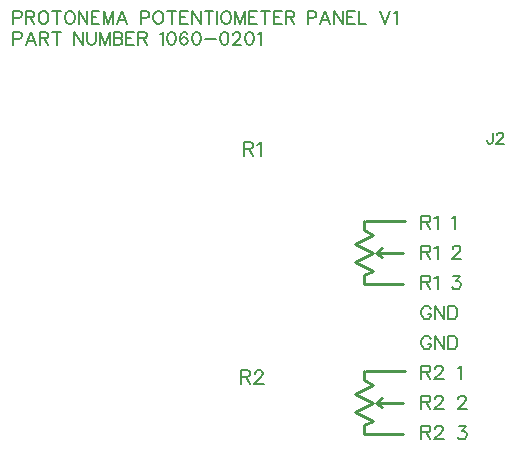
<source format=gto>
G04 Layer: TopSilkscreenLayer*
G04 EasyEDA v6.5.22, 2022-12-26 15:03:30*
G04 af2be31372914f20b411737621dd261a,5a6b42c53f6a479593ecc07194224c93,10*
G04 Gerber Generator version 0.2*
G04 Scale: 100 percent, Rotated: No, Reflected: No *
G04 Dimensions in millimeters *
G04 leading zeros omitted , absolute positions ,4 integer and 5 decimal *
%FSLAX45Y45*%
%MOMM*%

%ADD10C,0.1524*%
%ADD11C,0.2540*%

%LPD*%
D10*
X762000Y5423915D02*
G01*
X762000Y5314950D01*
X762000Y5423915D02*
G01*
X808736Y5423915D01*
X824229Y5418836D01*
X829563Y5413502D01*
X834644Y5403087D01*
X834644Y5387594D01*
X829563Y5377179D01*
X824229Y5372100D01*
X808736Y5366765D01*
X762000Y5366765D01*
X910589Y5423915D02*
G01*
X868934Y5314950D01*
X910589Y5423915D02*
G01*
X952245Y5314950D01*
X884681Y5351271D02*
G01*
X936497Y5351271D01*
X986536Y5423915D02*
G01*
X986536Y5314950D01*
X986536Y5423915D02*
G01*
X1033271Y5423915D01*
X1048765Y5418836D01*
X1054100Y5413502D01*
X1059179Y5403087D01*
X1059179Y5392673D01*
X1054100Y5382260D01*
X1048765Y5377179D01*
X1033271Y5372100D01*
X986536Y5372100D01*
X1022857Y5372100D02*
G01*
X1059179Y5314950D01*
X1129792Y5423915D02*
G01*
X1129792Y5314950D01*
X1093470Y5423915D02*
G01*
X1166113Y5423915D01*
X1280413Y5423915D02*
G01*
X1280413Y5314950D01*
X1280413Y5423915D02*
G01*
X1353312Y5314950D01*
X1353312Y5423915D02*
G01*
X1353312Y5314950D01*
X1387602Y5423915D02*
G01*
X1387602Y5345937D01*
X1392681Y5330444D01*
X1403095Y5320029D01*
X1418589Y5314950D01*
X1429004Y5314950D01*
X1444752Y5320029D01*
X1455165Y5330444D01*
X1460245Y5345937D01*
X1460245Y5423915D01*
X1494536Y5423915D02*
G01*
X1494536Y5314950D01*
X1494536Y5423915D02*
G01*
X1536192Y5314950D01*
X1577594Y5423915D02*
G01*
X1536192Y5314950D01*
X1577594Y5423915D02*
G01*
X1577594Y5314950D01*
X1611884Y5423915D02*
G01*
X1611884Y5314950D01*
X1611884Y5423915D02*
G01*
X1658620Y5423915D01*
X1674368Y5418836D01*
X1679447Y5413502D01*
X1684781Y5403087D01*
X1684781Y5392673D01*
X1679447Y5382260D01*
X1674368Y5377179D01*
X1658620Y5372100D01*
X1611884Y5372100D02*
G01*
X1658620Y5372100D01*
X1674368Y5366765D01*
X1679447Y5361686D01*
X1684781Y5351271D01*
X1684781Y5335523D01*
X1679447Y5325110D01*
X1674368Y5320029D01*
X1658620Y5314950D01*
X1611884Y5314950D01*
X1719071Y5423915D02*
G01*
X1719071Y5314950D01*
X1719071Y5423915D02*
G01*
X1786636Y5423915D01*
X1719071Y5372100D02*
G01*
X1760473Y5372100D01*
X1719071Y5314950D02*
G01*
X1786636Y5314950D01*
X1820926Y5423915D02*
G01*
X1820926Y5314950D01*
X1820926Y5423915D02*
G01*
X1867662Y5423915D01*
X1883155Y5418836D01*
X1888489Y5413502D01*
X1893570Y5403087D01*
X1893570Y5392673D01*
X1888489Y5382260D01*
X1883155Y5377179D01*
X1867662Y5372100D01*
X1820926Y5372100D01*
X1857247Y5372100D02*
G01*
X1893570Y5314950D01*
X2007870Y5403087D02*
G01*
X2018284Y5408421D01*
X2033777Y5423915D01*
X2033777Y5314950D01*
X2099309Y5423915D02*
G01*
X2083815Y5418836D01*
X2073402Y5403087D01*
X2068068Y5377179D01*
X2068068Y5361686D01*
X2073402Y5335523D01*
X2083815Y5320029D01*
X2099309Y5314950D01*
X2109724Y5314950D01*
X2125218Y5320029D01*
X2135631Y5335523D01*
X2140965Y5361686D01*
X2140965Y5377179D01*
X2135631Y5403087D01*
X2125218Y5418836D01*
X2109724Y5423915D01*
X2099309Y5423915D01*
X2237486Y5408421D02*
G01*
X2232406Y5418836D01*
X2216658Y5423915D01*
X2206243Y5423915D01*
X2190750Y5418836D01*
X2180336Y5403087D01*
X2175256Y5377179D01*
X2175256Y5351271D01*
X2180336Y5330444D01*
X2190750Y5320029D01*
X2206243Y5314950D01*
X2211577Y5314950D01*
X2227072Y5320029D01*
X2237486Y5330444D01*
X2242820Y5345937D01*
X2242820Y5351271D01*
X2237486Y5366765D01*
X2227072Y5377179D01*
X2211577Y5382260D01*
X2206243Y5382260D01*
X2190750Y5377179D01*
X2180336Y5366765D01*
X2175256Y5351271D01*
X2308097Y5423915D02*
G01*
X2292604Y5418836D01*
X2282190Y5403087D01*
X2277109Y5377179D01*
X2277109Y5361686D01*
X2282190Y5335523D01*
X2292604Y5320029D01*
X2308097Y5314950D01*
X2318511Y5314950D01*
X2334259Y5320029D01*
X2344420Y5335523D01*
X2349754Y5361686D01*
X2349754Y5377179D01*
X2344420Y5403087D01*
X2334259Y5418836D01*
X2318511Y5423915D01*
X2308097Y5423915D01*
X2384043Y5361686D02*
G01*
X2477515Y5361686D01*
X2543047Y5423915D02*
G01*
X2527300Y5418836D01*
X2517140Y5403087D01*
X2511806Y5377179D01*
X2511806Y5361686D01*
X2517140Y5335523D01*
X2527300Y5320029D01*
X2543047Y5314950D01*
X2553461Y5314950D01*
X2568956Y5320029D01*
X2579370Y5335523D01*
X2584450Y5361686D01*
X2584450Y5377179D01*
X2579370Y5403087D01*
X2568956Y5418836D01*
X2553461Y5423915D01*
X2543047Y5423915D01*
X2624074Y5398007D02*
G01*
X2624074Y5403087D01*
X2629154Y5413502D01*
X2634488Y5418836D01*
X2644902Y5423915D01*
X2665729Y5423915D01*
X2675890Y5418836D01*
X2681224Y5413502D01*
X2686304Y5403087D01*
X2686304Y5392673D01*
X2681224Y5382260D01*
X2670809Y5366765D01*
X2618740Y5314950D01*
X2691638Y5314950D01*
X2757170Y5423915D02*
G01*
X2741422Y5418836D01*
X2731008Y5403087D01*
X2725927Y5377179D01*
X2725927Y5361686D01*
X2731008Y5335523D01*
X2741422Y5320029D01*
X2757170Y5314950D01*
X2767329Y5314950D01*
X2783077Y5320029D01*
X2793491Y5335523D01*
X2798572Y5361686D01*
X2798572Y5377179D01*
X2793491Y5403087D01*
X2783077Y5418836D01*
X2767329Y5423915D01*
X2757170Y5423915D01*
X2832861Y5403087D02*
G01*
X2843275Y5408421D01*
X2858770Y5423915D01*
X2858770Y5314950D01*
X762000Y5601715D02*
G01*
X762000Y5492750D01*
X762000Y5601715D02*
G01*
X808736Y5601715D01*
X824229Y5596636D01*
X829563Y5591302D01*
X834644Y5580887D01*
X834644Y5565394D01*
X829563Y5554979D01*
X824229Y5549900D01*
X808736Y5544565D01*
X762000Y5544565D01*
X868934Y5601715D02*
G01*
X868934Y5492750D01*
X868934Y5601715D02*
G01*
X915670Y5601715D01*
X931418Y5596636D01*
X936497Y5591302D01*
X941831Y5580887D01*
X941831Y5570473D01*
X936497Y5560060D01*
X931418Y5554979D01*
X915670Y5549900D01*
X868934Y5549900D01*
X905510Y5549900D02*
G01*
X941831Y5492750D01*
X1007110Y5601715D02*
G01*
X996950Y5596636D01*
X986536Y5586221D01*
X981202Y5575807D01*
X976121Y5560060D01*
X976121Y5534152D01*
X981202Y5518657D01*
X986536Y5508244D01*
X996950Y5497829D01*
X1007110Y5492750D01*
X1027937Y5492750D01*
X1038352Y5497829D01*
X1048765Y5508244D01*
X1054100Y5518657D01*
X1059179Y5534152D01*
X1059179Y5560060D01*
X1054100Y5575807D01*
X1048765Y5586221D01*
X1038352Y5596636D01*
X1027937Y5601715D01*
X1007110Y5601715D01*
X1129792Y5601715D02*
G01*
X1129792Y5492750D01*
X1093470Y5601715D02*
G01*
X1166113Y5601715D01*
X1231645Y5601715D02*
G01*
X1221231Y5596636D01*
X1210818Y5586221D01*
X1205737Y5575807D01*
X1200404Y5560060D01*
X1200404Y5534152D01*
X1205737Y5518657D01*
X1210818Y5508244D01*
X1221231Y5497829D01*
X1231645Y5492750D01*
X1252473Y5492750D01*
X1262887Y5497829D01*
X1273302Y5508244D01*
X1278381Y5518657D01*
X1283715Y5534152D01*
X1283715Y5560060D01*
X1278381Y5575807D01*
X1273302Y5586221D01*
X1262887Y5596636D01*
X1252473Y5601715D01*
X1231645Y5601715D01*
X1318005Y5601715D02*
G01*
X1318005Y5492750D01*
X1318005Y5601715D02*
G01*
X1390650Y5492750D01*
X1390650Y5601715D02*
G01*
X1390650Y5492750D01*
X1424939Y5601715D02*
G01*
X1424939Y5492750D01*
X1424939Y5601715D02*
G01*
X1492504Y5601715D01*
X1424939Y5549900D02*
G01*
X1466595Y5549900D01*
X1424939Y5492750D02*
G01*
X1492504Y5492750D01*
X1526794Y5601715D02*
G01*
X1526794Y5492750D01*
X1526794Y5601715D02*
G01*
X1568450Y5492750D01*
X1609852Y5601715D02*
G01*
X1568450Y5492750D01*
X1609852Y5601715D02*
G01*
X1609852Y5492750D01*
X1685797Y5601715D02*
G01*
X1644142Y5492750D01*
X1685797Y5601715D02*
G01*
X1727200Y5492750D01*
X1659889Y5529071D02*
G01*
X1711705Y5529071D01*
X1841500Y5601715D02*
G01*
X1841500Y5492750D01*
X1841500Y5601715D02*
G01*
X1888489Y5601715D01*
X1903984Y5596636D01*
X1909063Y5591302D01*
X1914397Y5580887D01*
X1914397Y5565394D01*
X1909063Y5554979D01*
X1903984Y5549900D01*
X1888489Y5544565D01*
X1841500Y5544565D01*
X1979929Y5601715D02*
G01*
X1969515Y5596636D01*
X1959102Y5586221D01*
X1953768Y5575807D01*
X1948688Y5560060D01*
X1948688Y5534152D01*
X1953768Y5518657D01*
X1959102Y5508244D01*
X1969515Y5497829D01*
X1979929Y5492750D01*
X2000504Y5492750D01*
X2010918Y5497829D01*
X2021331Y5508244D01*
X2026665Y5518657D01*
X2031745Y5534152D01*
X2031745Y5560060D01*
X2026665Y5575807D01*
X2021331Y5586221D01*
X2010918Y5596636D01*
X2000504Y5601715D01*
X1979929Y5601715D01*
X2102358Y5601715D02*
G01*
X2102358Y5492750D01*
X2066036Y5601715D02*
G01*
X2138679Y5601715D01*
X2172970Y5601715D02*
G01*
X2172970Y5492750D01*
X2172970Y5601715D02*
G01*
X2240534Y5601715D01*
X2172970Y5549900D02*
G01*
X2214625Y5549900D01*
X2172970Y5492750D02*
G01*
X2240534Y5492750D01*
X2274824Y5601715D02*
G01*
X2274824Y5492750D01*
X2274824Y5601715D02*
G01*
X2347722Y5492750D01*
X2347722Y5601715D02*
G01*
X2347722Y5492750D01*
X2418334Y5601715D02*
G01*
X2418334Y5492750D01*
X2382011Y5601715D02*
G01*
X2454656Y5601715D01*
X2488945Y5601715D02*
G01*
X2488945Y5492750D01*
X2554477Y5601715D02*
G01*
X2544063Y5596636D01*
X2533650Y5586221D01*
X2528570Y5575807D01*
X2523236Y5560060D01*
X2523236Y5534152D01*
X2528570Y5518657D01*
X2533650Y5508244D01*
X2544063Y5497829D01*
X2554477Y5492750D01*
X2575306Y5492750D01*
X2585720Y5497829D01*
X2595879Y5508244D01*
X2601213Y5518657D01*
X2606293Y5534152D01*
X2606293Y5560060D01*
X2601213Y5575807D01*
X2595879Y5586221D01*
X2585720Y5596636D01*
X2575306Y5601715D01*
X2554477Y5601715D01*
X2640584Y5601715D02*
G01*
X2640584Y5492750D01*
X2640584Y5601715D02*
G01*
X2682240Y5492750D01*
X2723895Y5601715D02*
G01*
X2682240Y5492750D01*
X2723895Y5601715D02*
G01*
X2723895Y5492750D01*
X2758186Y5601715D02*
G01*
X2758186Y5492750D01*
X2758186Y5601715D02*
G01*
X2825750Y5601715D01*
X2758186Y5549900D02*
G01*
X2799588Y5549900D01*
X2758186Y5492750D02*
G01*
X2825750Y5492750D01*
X2896361Y5601715D02*
G01*
X2896361Y5492750D01*
X2860040Y5601715D02*
G01*
X2932684Y5601715D01*
X2966974Y5601715D02*
G01*
X2966974Y5492750D01*
X2966974Y5601715D02*
G01*
X3034538Y5601715D01*
X2966974Y5549900D02*
G01*
X3008629Y5549900D01*
X2966974Y5492750D02*
G01*
X3034538Y5492750D01*
X3068827Y5601715D02*
G01*
X3068827Y5492750D01*
X3068827Y5601715D02*
G01*
X3115563Y5601715D01*
X3131058Y5596636D01*
X3136391Y5591302D01*
X3141472Y5580887D01*
X3141472Y5570473D01*
X3136391Y5560060D01*
X3131058Y5554979D01*
X3115563Y5549900D01*
X3068827Y5549900D01*
X3105150Y5549900D02*
G01*
X3141472Y5492750D01*
X3255772Y5601715D02*
G01*
X3255772Y5492750D01*
X3255772Y5601715D02*
G01*
X3302508Y5601715D01*
X3318256Y5596636D01*
X3323336Y5591302D01*
X3328670Y5580887D01*
X3328670Y5565394D01*
X3323336Y5554979D01*
X3318256Y5549900D01*
X3302508Y5544565D01*
X3255772Y5544565D01*
X3404361Y5601715D02*
G01*
X3362959Y5492750D01*
X3404361Y5601715D02*
G01*
X3446018Y5492750D01*
X3378454Y5529071D02*
G01*
X3430270Y5529071D01*
X3480308Y5601715D02*
G01*
X3480308Y5492750D01*
X3480308Y5601715D02*
G01*
X3552952Y5492750D01*
X3552952Y5601715D02*
G01*
X3552952Y5492750D01*
X3587241Y5601715D02*
G01*
X3587241Y5492750D01*
X3587241Y5601715D02*
G01*
X3654806Y5601715D01*
X3587241Y5549900D02*
G01*
X3628897Y5549900D01*
X3587241Y5492750D02*
G01*
X3654806Y5492750D01*
X3689095Y5601715D02*
G01*
X3689095Y5492750D01*
X3689095Y5492750D02*
G01*
X3751579Y5492750D01*
X3865879Y5601715D02*
G01*
X3907281Y5492750D01*
X3948938Y5601715D02*
G01*
X3907281Y5492750D01*
X3983227Y5580887D02*
G01*
X3993641Y5586221D01*
X4009136Y5601715D01*
X4009136Y5492750D01*
X4820645Y4571220D02*
G01*
X4820645Y4498576D01*
X4816073Y4484860D01*
X4811501Y4480288D01*
X4802357Y4475716D01*
X4793467Y4475716D01*
X4784323Y4480288D01*
X4779751Y4484860D01*
X4775179Y4498576D01*
X4775179Y4507720D01*
X4855189Y4548614D02*
G01*
X4855189Y4553186D01*
X4859761Y4562076D01*
X4864333Y4566648D01*
X4873477Y4571220D01*
X4891511Y4571220D01*
X4900655Y4566648D01*
X4905227Y4562076D01*
X4909799Y4553186D01*
X4909799Y4544042D01*
X4905227Y4534898D01*
X4896083Y4521182D01*
X4850617Y4475716D01*
X4914371Y4475716D01*
X4216400Y3867657D02*
G01*
X4216400Y3753104D01*
X4216400Y3867657D02*
G01*
X4265422Y3867657D01*
X4281931Y3862070D01*
X4287265Y3856736D01*
X4292854Y3845813D01*
X4292854Y3834892D01*
X4287265Y3823970D01*
X4281931Y3818381D01*
X4265422Y3813047D01*
X4216400Y3813047D01*
X4254500Y3813047D02*
G01*
X4292854Y3753104D01*
X4328668Y3845813D02*
G01*
X4339590Y3851147D01*
X4356100Y3867657D01*
X4356100Y3753104D01*
X4475988Y3845813D02*
G01*
X4486909Y3851147D01*
X4503420Y3867657D01*
X4503420Y3753104D01*
X4216400Y3613657D02*
G01*
X4216400Y3499104D01*
X4216400Y3613657D02*
G01*
X4265422Y3613657D01*
X4281931Y3608070D01*
X4287265Y3602736D01*
X4292854Y3591813D01*
X4292854Y3580892D01*
X4287265Y3569970D01*
X4281931Y3564381D01*
X4265422Y3559047D01*
X4216400Y3559047D01*
X4254500Y3559047D02*
G01*
X4292854Y3499104D01*
X4328668Y3591813D02*
G01*
X4339590Y3597147D01*
X4356100Y3613657D01*
X4356100Y3499104D01*
X4481575Y3586226D02*
G01*
X4481575Y3591813D01*
X4486909Y3602736D01*
X4492497Y3608070D01*
X4503420Y3613657D01*
X4525009Y3613657D01*
X4535931Y3608070D01*
X4541520Y3602736D01*
X4546854Y3591813D01*
X4546854Y3580892D01*
X4541520Y3569970D01*
X4530597Y3553713D01*
X4475988Y3499104D01*
X4552441Y3499104D01*
X4216400Y3359657D02*
G01*
X4216400Y3245104D01*
X4216400Y3359657D02*
G01*
X4265422Y3359657D01*
X4281931Y3354070D01*
X4287265Y3348736D01*
X4292854Y3337813D01*
X4292854Y3326892D01*
X4287265Y3315970D01*
X4281931Y3310381D01*
X4265422Y3305047D01*
X4216400Y3305047D01*
X4254500Y3305047D02*
G01*
X4292854Y3245104D01*
X4328668Y3337813D02*
G01*
X4339590Y3343147D01*
X4356100Y3359657D01*
X4356100Y3245104D01*
X4486909Y3359657D02*
G01*
X4546854Y3359657D01*
X4514341Y3315970D01*
X4530597Y3315970D01*
X4541520Y3310381D01*
X4546854Y3305047D01*
X4552441Y3288792D01*
X4552441Y3277870D01*
X4546854Y3261360D01*
X4535931Y3250437D01*
X4519675Y3245104D01*
X4503420Y3245104D01*
X4486909Y3250437D01*
X4481575Y3256026D01*
X4475988Y3266947D01*
X4298188Y3078226D02*
G01*
X4292854Y3089147D01*
X4281931Y3100070D01*
X4271009Y3105657D01*
X4249165Y3105657D01*
X4238243Y3100070D01*
X4227322Y3089147D01*
X4221734Y3078226D01*
X4216400Y3061970D01*
X4216400Y3034792D01*
X4221734Y3018281D01*
X4227322Y3007360D01*
X4238243Y2996437D01*
X4249165Y2991104D01*
X4271009Y2991104D01*
X4281931Y2996437D01*
X4292854Y3007360D01*
X4298188Y3018281D01*
X4298188Y3034792D01*
X4271009Y3034792D02*
G01*
X4298188Y3034792D01*
X4334256Y3105657D02*
G01*
X4334256Y2991104D01*
X4334256Y3105657D02*
G01*
X4410456Y2991104D01*
X4410456Y3105657D02*
G01*
X4410456Y2991104D01*
X4446524Y3105657D02*
G01*
X4446524Y2991104D01*
X4446524Y3105657D02*
G01*
X4484877Y3105657D01*
X4501134Y3100070D01*
X4512056Y3089147D01*
X4517390Y3078226D01*
X4522977Y3061970D01*
X4522977Y3034792D01*
X4517390Y3018281D01*
X4512056Y3007360D01*
X4501134Y2996437D01*
X4484877Y2991104D01*
X4446524Y2991104D01*
X4298188Y2824226D02*
G01*
X4292854Y2835147D01*
X4281931Y2846070D01*
X4271009Y2851657D01*
X4249165Y2851657D01*
X4238243Y2846070D01*
X4227322Y2835147D01*
X4221734Y2824226D01*
X4216400Y2807970D01*
X4216400Y2780792D01*
X4221734Y2764281D01*
X4227322Y2753360D01*
X4238243Y2742437D01*
X4249165Y2737104D01*
X4271009Y2737104D01*
X4281931Y2742437D01*
X4292854Y2753360D01*
X4298188Y2764281D01*
X4298188Y2780792D01*
X4271009Y2780792D02*
G01*
X4298188Y2780792D01*
X4334256Y2851657D02*
G01*
X4334256Y2737104D01*
X4334256Y2851657D02*
G01*
X4410456Y2737104D01*
X4410456Y2851657D02*
G01*
X4410456Y2737104D01*
X4446524Y2851657D02*
G01*
X4446524Y2737104D01*
X4446524Y2851657D02*
G01*
X4484877Y2851657D01*
X4501134Y2846070D01*
X4512056Y2835147D01*
X4517390Y2824226D01*
X4522977Y2807970D01*
X4522977Y2780792D01*
X4517390Y2764281D01*
X4512056Y2753360D01*
X4501134Y2742437D01*
X4484877Y2737104D01*
X4446524Y2737104D01*
X4216400Y2597657D02*
G01*
X4216400Y2483104D01*
X4216400Y2597657D02*
G01*
X4265422Y2597657D01*
X4281931Y2592070D01*
X4287265Y2586736D01*
X4292854Y2575813D01*
X4292854Y2564892D01*
X4287265Y2553970D01*
X4281931Y2548381D01*
X4265422Y2543047D01*
X4216400Y2543047D01*
X4254500Y2543047D02*
G01*
X4292854Y2483104D01*
X4334256Y2570226D02*
G01*
X4334256Y2575813D01*
X4339590Y2586736D01*
X4345177Y2592070D01*
X4356100Y2597657D01*
X4377943Y2597657D01*
X4388865Y2592070D01*
X4394200Y2586736D01*
X4399788Y2575813D01*
X4399788Y2564892D01*
X4394200Y2553970D01*
X4383277Y2537713D01*
X4328668Y2483104D01*
X4405122Y2483104D01*
X4525009Y2575813D02*
G01*
X4535931Y2581147D01*
X4552441Y2597657D01*
X4552441Y2483104D01*
X4216400Y2343657D02*
G01*
X4216400Y2229104D01*
X4216400Y2343657D02*
G01*
X4265422Y2343657D01*
X4281931Y2338070D01*
X4287265Y2332736D01*
X4292854Y2321813D01*
X4292854Y2310892D01*
X4287265Y2299970D01*
X4281931Y2294381D01*
X4265422Y2289047D01*
X4216400Y2289047D01*
X4254500Y2289047D02*
G01*
X4292854Y2229104D01*
X4334256Y2316226D02*
G01*
X4334256Y2321813D01*
X4339590Y2332736D01*
X4345177Y2338070D01*
X4356100Y2343657D01*
X4377943Y2343657D01*
X4388865Y2338070D01*
X4394200Y2332736D01*
X4399788Y2321813D01*
X4399788Y2310892D01*
X4394200Y2299970D01*
X4383277Y2283713D01*
X4328668Y2229104D01*
X4405122Y2229104D01*
X4530597Y2316226D02*
G01*
X4530597Y2321813D01*
X4535931Y2332736D01*
X4541520Y2338070D01*
X4552441Y2343657D01*
X4574286Y2343657D01*
X4585208Y2338070D01*
X4590541Y2332736D01*
X4596129Y2321813D01*
X4596129Y2310892D01*
X4590541Y2299970D01*
X4579620Y2283713D01*
X4525009Y2229104D01*
X4601463Y2229104D01*
X4216400Y2089657D02*
G01*
X4216400Y1975104D01*
X4216400Y2089657D02*
G01*
X4265422Y2089657D01*
X4281931Y2084070D01*
X4287265Y2078736D01*
X4292854Y2067813D01*
X4292854Y2056892D01*
X4287265Y2045970D01*
X4281931Y2040381D01*
X4265422Y2035047D01*
X4216400Y2035047D01*
X4254500Y2035047D02*
G01*
X4292854Y1975104D01*
X4334256Y2062226D02*
G01*
X4334256Y2067813D01*
X4339590Y2078736D01*
X4345177Y2084070D01*
X4356100Y2089657D01*
X4377943Y2089657D01*
X4388865Y2084070D01*
X4394200Y2078736D01*
X4399788Y2067813D01*
X4399788Y2056892D01*
X4394200Y2045970D01*
X4383277Y2029713D01*
X4328668Y1975104D01*
X4405122Y1975104D01*
X4535931Y2089657D02*
G01*
X4596129Y2089657D01*
X4563363Y2045970D01*
X4579620Y2045970D01*
X4590541Y2040381D01*
X4596129Y2035047D01*
X4601463Y2018792D01*
X4601463Y2007870D01*
X4596129Y1991360D01*
X4585208Y1980437D01*
X4568697Y1975104D01*
X4552441Y1975104D01*
X4535931Y1980437D01*
X4530597Y1986026D01*
X4525009Y1996947D01*
X2717794Y4489950D02*
G01*
X2717794Y4375396D01*
X2717794Y4489950D02*
G01*
X2766816Y4489950D01*
X2783326Y4484362D01*
X2788660Y4479028D01*
X2794248Y4468106D01*
X2794248Y4457184D01*
X2788660Y4446262D01*
X2783326Y4440674D01*
X2766816Y4435340D01*
X2717794Y4435340D01*
X2755894Y4435340D02*
G01*
X2794248Y4375396D01*
X2830062Y4468106D02*
G01*
X2840984Y4473440D01*
X2857494Y4489950D01*
X2857494Y4375396D01*
X2692400Y2559557D02*
G01*
X2692400Y2445004D01*
X2692400Y2559557D02*
G01*
X2741422Y2559557D01*
X2757931Y2553970D01*
X2763265Y2548636D01*
X2768854Y2537713D01*
X2768854Y2526792D01*
X2763265Y2515870D01*
X2757931Y2510281D01*
X2741422Y2504947D01*
X2692400Y2504947D01*
X2730500Y2504947D02*
G01*
X2768854Y2445004D01*
X2810256Y2532126D02*
G01*
X2810256Y2537713D01*
X2815590Y2548636D01*
X2821177Y2553970D01*
X2832100Y2559557D01*
X2853943Y2559557D01*
X2864865Y2553970D01*
X2870200Y2548636D01*
X2875788Y2537713D01*
X2875788Y2526792D01*
X2870200Y2515870D01*
X2859277Y2499613D01*
X2804668Y2445004D01*
X2881122Y2445004D01*
D11*
X3746487Y2552682D02*
G01*
X4076687Y2552682D01*
X3733787Y2019294D02*
G01*
X3733787Y2095494D01*
X3809987Y2133594D01*
X3657587Y2209794D01*
X3809987Y2285994D01*
X3657587Y2362194D01*
X3809987Y2438394D01*
X3733787Y2476494D01*
X3733774Y2552687D01*
X4063987Y2285994D02*
G01*
X3835387Y2285994D01*
X3733774Y2019287D02*
G01*
X4063974Y2019287D01*
X3835374Y2285982D02*
G01*
X3886174Y2247887D01*
X3835387Y2285994D02*
G01*
X3886174Y2324087D01*
X3746487Y3822682D02*
G01*
X4076687Y3822682D01*
X3733787Y3289294D02*
G01*
X3733787Y3365494D01*
X3809987Y3403594D01*
X3657587Y3479794D01*
X3809987Y3555994D01*
X3657587Y3632194D01*
X3809987Y3708394D01*
X3733787Y3746494D01*
X3733774Y3822687D01*
X4063987Y3555994D02*
G01*
X3835387Y3555994D01*
X3733774Y3289287D02*
G01*
X4063974Y3289287D01*
X3835374Y3555982D02*
G01*
X3886174Y3517887D01*
X3835387Y3555994D02*
G01*
X3886174Y3594087D01*
M02*

</source>
